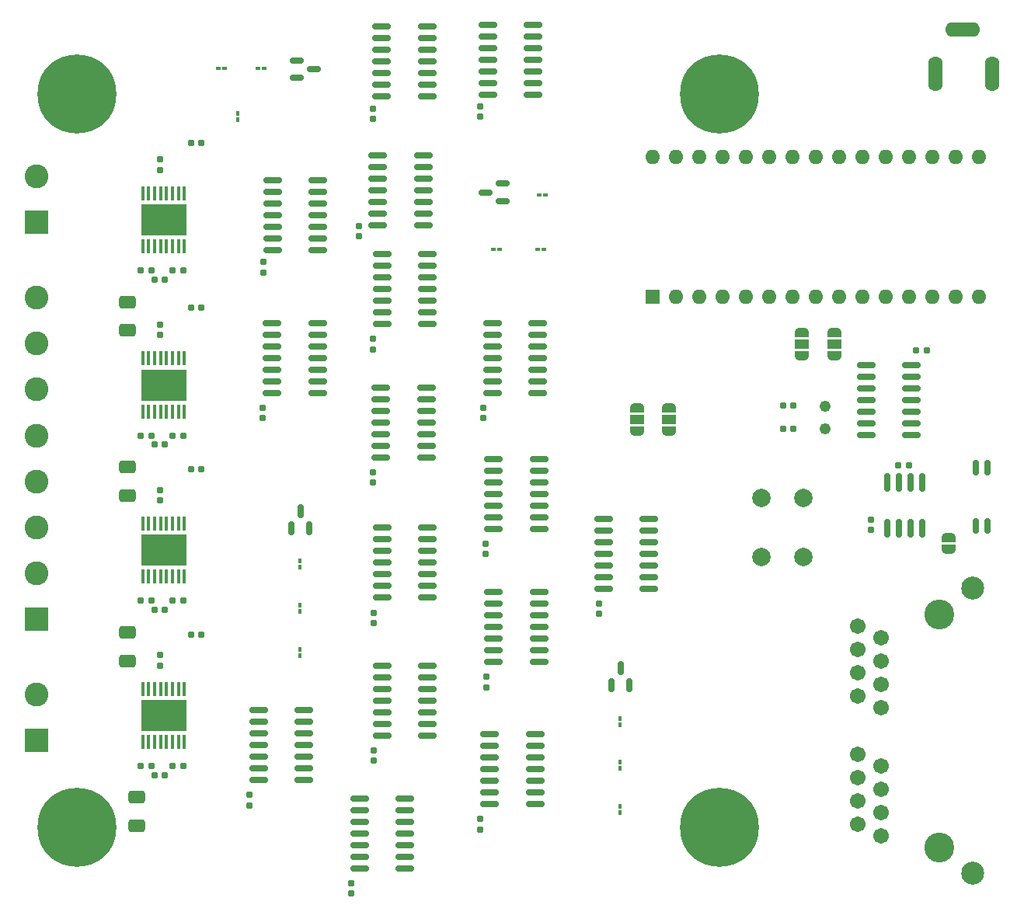
<source format=gbr>
%TF.GenerationSoftware,KiCad,Pcbnew,8.0.2*%
%TF.CreationDate,2024-05-09T00:32:54-05:00*%
%TF.ProjectId,LCC_Booster,4c43435f-426f-46f7-9374-65722e6b6963,rev?*%
%TF.SameCoordinates,Original*%
%TF.FileFunction,Soldermask,Top*%
%TF.FilePolarity,Negative*%
%FSLAX46Y46*%
G04 Gerber Fmt 4.6, Leading zero omitted, Abs format (unit mm)*
G04 Created by KiCad (PCBNEW 8.0.2) date 2024-05-09 00:32:54*
%MOMM*%
%LPD*%
G01*
G04 APERTURE LIST*
G04 Aperture macros list*
%AMRoundRect*
0 Rectangle with rounded corners*
0 $1 Rounding radius*
0 $2 $3 $4 $5 $6 $7 $8 $9 X,Y pos of 4 corners*
0 Add a 4 corners polygon primitive as box body*
4,1,4,$2,$3,$4,$5,$6,$7,$8,$9,$2,$3,0*
0 Add four circle primitives for the rounded corners*
1,1,$1+$1,$2,$3*
1,1,$1+$1,$4,$5*
1,1,$1+$1,$6,$7*
1,1,$1+$1,$8,$9*
0 Add four rect primitives between the rounded corners*
20,1,$1+$1,$2,$3,$4,$5,0*
20,1,$1+$1,$4,$5,$6,$7,0*
20,1,$1+$1,$6,$7,$8,$9,0*
20,1,$1+$1,$8,$9,$2,$3,0*%
%AMFreePoly0*
4,1,19,0.550000,-0.750000,0.000000,-0.750000,0.000000,-0.744911,-0.071157,-0.744911,-0.207708,-0.704816,-0.327430,-0.627875,-0.420627,-0.520320,-0.479746,-0.390866,-0.500000,-0.250000,-0.500000,0.250000,-0.479746,0.390866,-0.420627,0.520320,-0.327430,0.627875,-0.207708,0.704816,-0.071157,0.744911,0.000000,0.744911,0.000000,0.750000,0.550000,0.750000,0.550000,-0.750000,0.550000,-0.750000,
$1*%
%AMFreePoly1*
4,1,19,0.000000,0.744911,0.071157,0.744911,0.207708,0.704816,0.327430,0.627875,0.420627,0.520320,0.479746,0.390866,0.500000,0.250000,0.500000,-0.250000,0.479746,-0.390866,0.420627,-0.520320,0.327430,-0.627875,0.207708,-0.704816,0.071157,-0.744911,0.000000,-0.744911,0.000000,-0.750000,-0.550000,-0.750000,-0.550000,0.750000,0.000000,0.750000,0.000000,0.744911,0.000000,0.744911,
$1*%
%AMFreePoly2*
4,1,19,0.500000,-0.750000,0.000000,-0.750000,0.000000,-0.744911,-0.071157,-0.744911,-0.207708,-0.704816,-0.327430,-0.627875,-0.420627,-0.520320,-0.479746,-0.390866,-0.500000,-0.250000,-0.500000,0.250000,-0.479746,0.390866,-0.420627,0.520320,-0.327430,0.627875,-0.207708,0.704816,-0.071157,0.744911,0.000000,0.744911,0.000000,0.750000,0.500000,0.750000,0.500000,-0.750000,0.500000,-0.750000,
$1*%
%AMFreePoly3*
4,1,19,0.000000,0.744911,0.071157,0.744911,0.207708,0.704816,0.327430,0.627875,0.420627,0.520320,0.479746,0.390866,0.500000,0.250000,0.500000,-0.250000,0.479746,-0.390866,0.420627,-0.520320,0.327430,-0.627875,0.207708,-0.704816,0.071157,-0.744911,0.000000,-0.744911,0.000000,-0.750000,-0.500000,-0.750000,-0.500000,0.750000,0.000000,0.750000,0.000000,0.744911,0.000000,0.744911,
$1*%
G04 Aperture macros list end*
%ADD10C,0.000000*%
%ADD11FreePoly0,270.000000*%
%ADD12R,1.500000X1.000000*%
%ADD13FreePoly1,270.000000*%
%ADD14RoundRect,0.155000X-0.212500X-0.155000X0.212500X-0.155000X0.212500X0.155000X-0.212500X0.155000X0*%
%ADD15RoundRect,0.155000X0.155000X-0.212500X0.155000X0.212500X-0.155000X0.212500X-0.155000X-0.212500X0*%
%ADD16RoundRect,0.150000X0.825000X0.150000X-0.825000X0.150000X-0.825000X-0.150000X0.825000X-0.150000X0*%
%ADD17R,2.600000X2.600000*%
%ADD18C,2.600000*%
%ADD19RoundRect,0.155000X-0.155000X0.212500X-0.155000X-0.212500X0.155000X-0.212500X0.155000X0.212500X0*%
%ADD20RoundRect,0.155000X0.212500X0.155000X-0.212500X0.155000X-0.212500X-0.155000X0.212500X-0.155000X0*%
%ADD21RoundRect,0.250000X-0.650000X0.412500X-0.650000X-0.412500X0.650000X-0.412500X0.650000X0.412500X0*%
%ADD22R,1.600000X1.600000*%
%ADD23O,1.600000X1.600000*%
%ADD24RoundRect,0.075000X-0.212500X-0.075000X0.212500X-0.075000X0.212500X0.075000X-0.212500X0.075000X0*%
%ADD25O,1.604000X3.804000*%
%ADD26O,3.804000X1.604000*%
%ADD27RoundRect,0.075000X0.212500X0.075000X-0.212500X0.075000X-0.212500X-0.075000X0.212500X-0.075000X0*%
%ADD28RoundRect,0.075000X0.075000X-0.212500X0.075000X0.212500X-0.075000X0.212500X-0.075000X-0.212500X0*%
%ADD29RoundRect,0.150000X-0.150000X0.825000X-0.150000X-0.825000X0.150000X-0.825000X0.150000X0.825000X0*%
%ADD30R,0.449999X1.500000*%
%ADD31R,5.000000X3.400001*%
%ADD32C,0.900000*%
%ADD33C,8.600000*%
%ADD34RoundRect,0.075000X-0.075000X0.212500X-0.075000X-0.212500X0.075000X-0.212500X0.075000X0.212500X0*%
%ADD35RoundRect,0.150000X0.150000X-0.587500X0.150000X0.587500X-0.150000X0.587500X-0.150000X-0.587500X0*%
%ADD36FreePoly0,90.000000*%
%ADD37FreePoly1,90.000000*%
%ADD38C,3.250000*%
%ADD39C,1.704000*%
%ADD40C,2.504000*%
%ADD41RoundRect,0.150000X0.150000X-0.662500X0.150000X0.662500X-0.150000X0.662500X-0.150000X-0.662500X0*%
%ADD42RoundRect,0.150000X0.587500X0.150000X-0.587500X0.150000X-0.587500X-0.150000X0.587500X-0.150000X0*%
%ADD43C,1.234000*%
%ADD44C,2.000000*%
%ADD45FreePoly2,90.000000*%
%ADD46FreePoly3,90.000000*%
%ADD47RoundRect,0.150000X-0.587500X-0.150000X0.587500X-0.150000X0.587500X0.150000X-0.587500X0.150000X0*%
%ADD48RoundRect,0.150000X-0.825000X-0.150000X0.825000X-0.150000X0.825000X0.150000X-0.825000X0.150000X0*%
G04 APERTURE END LIST*
D10*
%TO.C,U21*%
G36*
X41155399Y-96520945D02*
G01*
X41164629Y-96523744D01*
X41173133Y-96528290D01*
X41180591Y-96534409D01*
X41186710Y-96541867D01*
X41191256Y-96550371D01*
X41194055Y-96559601D01*
X41195000Y-96569200D01*
X41195000Y-98930800D01*
X41194055Y-98940399D01*
X41191256Y-98949629D01*
X41186710Y-98958133D01*
X41180591Y-98965591D01*
X41173133Y-98971710D01*
X41164629Y-98976256D01*
X41155399Y-98979055D01*
X41145800Y-98980000D01*
X37694200Y-98980000D01*
X37684601Y-98979055D01*
X37675371Y-98976256D01*
X37666867Y-98971710D01*
X37659409Y-98965591D01*
X37653290Y-98958133D01*
X37648744Y-98949629D01*
X37645945Y-98940399D01*
X37645000Y-98930800D01*
X37645000Y-96569200D01*
X37645945Y-96559601D01*
X37648744Y-96550371D01*
X37653290Y-96541867D01*
X37659409Y-96534409D01*
X37666867Y-96528290D01*
X37675371Y-96523744D01*
X37684601Y-96520945D01*
X37694200Y-96520000D01*
X41145800Y-96520000D01*
X41155399Y-96520945D01*
G37*
%TO.C,U6*%
G36*
X41155399Y-42520945D02*
G01*
X41164629Y-42523744D01*
X41173133Y-42528290D01*
X41180591Y-42534409D01*
X41186710Y-42541867D01*
X41191256Y-42550371D01*
X41194055Y-42559601D01*
X41195000Y-42569200D01*
X41195000Y-44930800D01*
X41194055Y-44940399D01*
X41191256Y-44949629D01*
X41186710Y-44958133D01*
X41180591Y-44965591D01*
X41173133Y-44971710D01*
X41164629Y-44976256D01*
X41155399Y-44979055D01*
X41145800Y-44980000D01*
X37694200Y-44980000D01*
X37684601Y-44979055D01*
X37675371Y-44976256D01*
X37666867Y-44971710D01*
X37659409Y-44965591D01*
X37653290Y-44958133D01*
X37648744Y-44949629D01*
X37645945Y-44940399D01*
X37645000Y-44930800D01*
X37645000Y-42569200D01*
X37645945Y-42559601D01*
X37648744Y-42550371D01*
X37653290Y-42541867D01*
X37659409Y-42534409D01*
X37666867Y-42528290D01*
X37675371Y-42523744D01*
X37684601Y-42520945D01*
X37694200Y-42520000D01*
X41145800Y-42520000D01*
X41155399Y-42520945D01*
G37*
%TO.C,U16*%
G36*
X41155399Y-78520945D02*
G01*
X41164629Y-78523744D01*
X41173133Y-78528290D01*
X41180591Y-78534409D01*
X41186710Y-78541867D01*
X41191256Y-78550371D01*
X41194055Y-78559601D01*
X41195000Y-78569200D01*
X41195000Y-80930800D01*
X41194055Y-80940399D01*
X41191256Y-80949629D01*
X41186710Y-80958133D01*
X41180591Y-80965591D01*
X41173133Y-80971710D01*
X41164629Y-80976256D01*
X41155399Y-80979055D01*
X41145800Y-80980000D01*
X37694200Y-80980000D01*
X37684601Y-80979055D01*
X37675371Y-80976256D01*
X37666867Y-80971710D01*
X37659409Y-80965591D01*
X37653290Y-80958133D01*
X37648744Y-80949629D01*
X37645945Y-80940399D01*
X37645000Y-80930800D01*
X37645000Y-78569200D01*
X37645945Y-78559601D01*
X37648744Y-78550371D01*
X37653290Y-78541867D01*
X37659409Y-78534409D01*
X37666867Y-78528290D01*
X37675371Y-78523744D01*
X37684601Y-78520945D01*
X37694200Y-78520000D01*
X41145800Y-78520000D01*
X41155399Y-78520945D01*
G37*
%TO.C,U11*%
G36*
X41155399Y-60520945D02*
G01*
X41164629Y-60523744D01*
X41173133Y-60528290D01*
X41180591Y-60534409D01*
X41186710Y-60541867D01*
X41191256Y-60550371D01*
X41194055Y-60559601D01*
X41195000Y-60569200D01*
X41195000Y-62930800D01*
X41194055Y-62940399D01*
X41191256Y-62949629D01*
X41186710Y-62958133D01*
X41180591Y-62965591D01*
X41173133Y-62971710D01*
X41164629Y-62976256D01*
X41155399Y-62979055D01*
X41145800Y-62980000D01*
X37694200Y-62980000D01*
X37684601Y-62979055D01*
X37675371Y-62976256D01*
X37666867Y-62971710D01*
X37659409Y-62965591D01*
X37653290Y-62958133D01*
X37648744Y-62949629D01*
X37645945Y-62940399D01*
X37645000Y-62930800D01*
X37645000Y-60569200D01*
X37645945Y-60559601D01*
X37648744Y-60550371D01*
X37653290Y-60541867D01*
X37659409Y-60534409D01*
X37666867Y-60528290D01*
X37675371Y-60523744D01*
X37684601Y-60520945D01*
X37694200Y-60520000D01*
X41145800Y-60520000D01*
X41155399Y-60520945D01*
G37*
%TD*%
D11*
%TO.C,JP4*%
X109000000Y-56000000D03*
D12*
X109000000Y-57300000D03*
D13*
X109000000Y-58600000D03*
%TD*%
D14*
%TO.C,C40*%
X42432500Y-88950000D03*
X43567500Y-88950000D03*
%TD*%
D15*
%TO.C,C42*%
X116500000Y-77567500D03*
X116500000Y-76432500D03*
%TD*%
D16*
%TO.C,U4*%
X68150000Y-30310000D03*
X68150000Y-29040000D03*
X68150000Y-27770000D03*
X68150000Y-26500000D03*
X68150000Y-25230000D03*
X68150000Y-23960000D03*
X68150000Y-22690000D03*
X63200000Y-22690000D03*
X63200000Y-23960000D03*
X63200000Y-25230000D03*
X63200000Y-26500000D03*
X63200000Y-27770000D03*
X63200000Y-29040000D03*
X63200000Y-30310000D03*
%TD*%
D17*
%TO.C,J5*%
X25555000Y-100500000D03*
D18*
X25555000Y-95500000D03*
%TD*%
D19*
%TO.C,C12*%
X74225000Y-64242500D03*
X74225000Y-65377500D03*
%TD*%
D20*
%TO.C,C20*%
X43567500Y-53350000D03*
X42432500Y-53350000D03*
%TD*%
D17*
%TO.C,J4*%
X25555000Y-44000000D03*
D18*
X25555000Y-39000000D03*
%TD*%
D21*
%TO.C,C27*%
X36500000Y-106687500D03*
X36500000Y-109812500D03*
%TD*%
D22*
%TO.C,A1*%
X92750000Y-52160000D03*
D23*
X95290000Y-52160000D03*
X97830000Y-52160000D03*
X100370000Y-52160000D03*
X102910000Y-52160000D03*
X105450000Y-52160000D03*
X107990000Y-52160000D03*
X110530000Y-52160000D03*
X113070000Y-52160000D03*
X115610000Y-52160000D03*
X118150000Y-52160000D03*
X120690000Y-52160000D03*
X123230000Y-52160000D03*
X125770000Y-52160000D03*
X128310000Y-52160000D03*
X128310000Y-36920000D03*
X125770000Y-36920000D03*
X123230000Y-36920000D03*
X120690000Y-36920000D03*
X118150000Y-36920000D03*
X115610000Y-36920000D03*
X113070000Y-36920000D03*
X110530000Y-36920000D03*
X107990000Y-36920000D03*
X105450000Y-36920000D03*
X102910000Y-36920000D03*
X100370000Y-36920000D03*
X97830000Y-36920000D03*
X95290000Y-36920000D03*
X92750000Y-36920000D03*
%TD*%
D15*
%TO.C,C21*%
X39000000Y-74317500D03*
X39000000Y-73182500D03*
%TD*%
D16*
%TO.C,U3*%
X67725000Y-44310000D03*
X67725000Y-43040000D03*
X67725000Y-41770000D03*
X67725000Y-40500000D03*
X67725000Y-39230000D03*
X67725000Y-37960000D03*
X67725000Y-36690000D03*
X62775000Y-36690000D03*
X62775000Y-37960000D03*
X62775000Y-39230000D03*
X62775000Y-40500000D03*
X62775000Y-41770000D03*
X62775000Y-43040000D03*
X62775000Y-44310000D03*
%TD*%
%TO.C,U7*%
X80200000Y-62620000D03*
X80200000Y-61350000D03*
X80200000Y-60080000D03*
X80200000Y-58810000D03*
X80200000Y-57540000D03*
X80200000Y-56270000D03*
X80200000Y-55000000D03*
X75250000Y-55000000D03*
X75250000Y-56270000D03*
X75250000Y-57540000D03*
X75250000Y-58810000D03*
X75250000Y-60080000D03*
X75250000Y-61350000D03*
X75250000Y-62620000D03*
%TD*%
D24*
%TO.C,R2*%
X45412500Y-27250000D03*
X46087500Y-27250000D03*
%TD*%
D21*
%TO.C,C17*%
X35500000Y-70687500D03*
X35500000Y-73812500D03*
%TD*%
D25*
%TO.C,J2*%
X123500000Y-27800000D03*
X129750000Y-27800000D03*
D26*
X126500000Y-23000000D03*
%TD*%
D27*
%TO.C,R4*%
X81027500Y-41000000D03*
X80352500Y-41000000D03*
%TD*%
D14*
%TO.C,C43*%
X119500000Y-70500000D03*
X120635000Y-70500000D03*
%TD*%
D28*
%TO.C,R7*%
X54250000Y-91232500D03*
X54250000Y-90557500D03*
%TD*%
D29*
%TO.C,U23*%
X122060000Y-72385300D03*
X120790000Y-72385300D03*
X119520000Y-72385300D03*
X118250000Y-72385300D03*
X118250000Y-77335300D03*
X119520000Y-77335300D03*
X120790000Y-77335300D03*
X122060000Y-77335300D03*
%TD*%
D19*
%TO.C,C13*%
X62225000Y-71242500D03*
X62225000Y-72377500D03*
%TD*%
D30*
%TO.C,U21*%
X41694999Y-94850001D03*
X41044998Y-94850001D03*
X40394999Y-94850001D03*
X39744998Y-94850001D03*
X39094999Y-94850001D03*
X38444998Y-94850001D03*
X37794999Y-94850001D03*
X37144998Y-94850001D03*
X37144998Y-100649999D03*
X37794999Y-100649999D03*
X38444998Y-100649999D03*
X39094999Y-100649999D03*
X39744998Y-100649999D03*
X40394999Y-100649999D03*
X41044998Y-100649999D03*
X41694999Y-100649999D03*
D31*
X39420000Y-97750000D03*
%TD*%
D32*
%TO.C,H3*%
X96775000Y-110000000D03*
X97719581Y-107719581D03*
X97719581Y-112280419D03*
X100000000Y-106775000D03*
D33*
X100000000Y-110000000D03*
D32*
X100000000Y-113225000D03*
X102280419Y-107719581D03*
X102280419Y-112280419D03*
X103225000Y-110000000D03*
%TD*%
D14*
%TO.C,C9*%
X40432500Y-49250000D03*
X41567500Y-49250000D03*
%TD*%
D19*
%TO.C,C4*%
X62250000Y-31622500D03*
X62250000Y-32757500D03*
%TD*%
D30*
%TO.C,U6*%
X41694999Y-40850001D03*
X41044998Y-40850001D03*
X40394999Y-40850001D03*
X39744998Y-40850001D03*
X39094999Y-40850001D03*
X38444998Y-40850001D03*
X37794999Y-40850001D03*
X37144998Y-40850001D03*
X37144998Y-46649999D03*
X37794999Y-46649999D03*
X38444998Y-46649999D03*
X39094999Y-46649999D03*
X39744998Y-46649999D03*
X40394999Y-46649999D03*
X41044998Y-46649999D03*
X41694999Y-46649999D03*
D31*
X39420000Y-43750000D03*
%TD*%
D20*
%TO.C,C28*%
X38067500Y-85250000D03*
X36932500Y-85250000D03*
%TD*%
D16*
%TO.C,U9*%
X68200000Y-55120000D03*
X68200000Y-53850000D03*
X68200000Y-52580000D03*
X68200000Y-51310000D03*
X68200000Y-50040000D03*
X68200000Y-48770000D03*
X68200000Y-47500000D03*
X63250000Y-47500000D03*
X63250000Y-48770000D03*
X63250000Y-50040000D03*
X63250000Y-51310000D03*
X63250000Y-52580000D03*
X63250000Y-53850000D03*
X63250000Y-55120000D03*
%TD*%
D27*
%TO.C,R6*%
X76027500Y-47000000D03*
X75352500Y-47000000D03*
%TD*%
D34*
%TO.C,R1*%
X47500000Y-32162500D03*
X47500000Y-32837500D03*
%TD*%
D16*
%TO.C,U19*%
X68190000Y-99940000D03*
X68190000Y-98670000D03*
X68190000Y-97400000D03*
X68190000Y-96130000D03*
X68190000Y-94860000D03*
X68190000Y-93590000D03*
X68190000Y-92320000D03*
X63240000Y-92320000D03*
X63240000Y-93590000D03*
X63240000Y-94860000D03*
X63240000Y-96130000D03*
X63240000Y-97400000D03*
X63240000Y-98670000D03*
X63240000Y-99940000D03*
%TD*%
D35*
%TO.C,Q4*%
X88259900Y-94500000D03*
X90159900Y-94500000D03*
X89209900Y-92625000D03*
%TD*%
D28*
%TO.C,R9*%
X54250000Y-81612500D03*
X54250000Y-80937500D03*
%TD*%
D17*
%TO.C,J3*%
X25555000Y-87250000D03*
D18*
X25555000Y-82250000D03*
X25555000Y-77250000D03*
X25555000Y-72250000D03*
X25555000Y-67250000D03*
X25555000Y-62250000D03*
X25555000Y-57250000D03*
X25555000Y-52250000D03*
%TD*%
D14*
%TO.C,C30*%
X42432500Y-70950000D03*
X43567500Y-70950000D03*
%TD*%
D20*
%TO.C,C41*%
X122567500Y-58000000D03*
X121432500Y-58000000D03*
%TD*%
D16*
%TO.C,U10*%
X56200000Y-62620000D03*
X56200000Y-61350000D03*
X56200000Y-60080000D03*
X56200000Y-58810000D03*
X56200000Y-57540000D03*
X56200000Y-56270000D03*
X56200000Y-55000000D03*
X51250000Y-55000000D03*
X51250000Y-56270000D03*
X51250000Y-57540000D03*
X51250000Y-58810000D03*
X51250000Y-60080000D03*
X51250000Y-61350000D03*
X51250000Y-62620000D03*
%TD*%
D19*
%TO.C,C15*%
X50250000Y-64242500D03*
X50250000Y-65377500D03*
%TD*%
%TO.C,C24*%
X74545000Y-79062500D03*
X74545000Y-80197500D03*
%TD*%
D14*
%TO.C,C6*%
X38432500Y-50250000D03*
X39567500Y-50250000D03*
%TD*%
D28*
%TO.C,R10*%
X89122400Y-108370000D03*
X89122400Y-107695000D03*
%TD*%
D36*
%TO.C,JP2*%
X94500000Y-66800000D03*
D12*
X94500000Y-65500000D03*
D37*
X94500000Y-64200000D03*
%TD*%
D14*
%TO.C,C45*%
X106932500Y-66500000D03*
X108067500Y-66500000D03*
%TD*%
D28*
%TO.C,R12*%
X89122400Y-98750000D03*
X89122400Y-98075000D03*
%TD*%
D16*
%TO.C,U8*%
X68075000Y-69620000D03*
X68075000Y-68350000D03*
X68075000Y-67080000D03*
X68075000Y-65810000D03*
X68075000Y-64540000D03*
X68075000Y-63270000D03*
X68075000Y-62000000D03*
X63125000Y-62000000D03*
X63125000Y-63270000D03*
X63125000Y-64540000D03*
X63125000Y-65810000D03*
X63125000Y-67080000D03*
X63125000Y-68350000D03*
X63125000Y-69620000D03*
%TD*%
D24*
%TO.C,R3*%
X49697500Y-27250000D03*
X50372500Y-27250000D03*
%TD*%
D27*
%TO.C,R5*%
X80837500Y-47000000D03*
X80162500Y-47000000D03*
%TD*%
D16*
%TO.C,U14*%
X80325000Y-77440000D03*
X80325000Y-76170000D03*
X80325000Y-74900000D03*
X80325000Y-73630000D03*
X80325000Y-72360000D03*
X80325000Y-71090000D03*
X80325000Y-69820000D03*
X75375000Y-69820000D03*
X75375000Y-71090000D03*
X75375000Y-72360000D03*
X75375000Y-73630000D03*
X75375000Y-74900000D03*
X75375000Y-76170000D03*
X75375000Y-77440000D03*
%TD*%
D36*
%TO.C,JP1*%
X91000000Y-66800000D03*
D12*
X91000000Y-65500000D03*
D37*
X91000000Y-64200000D03*
%TD*%
D21*
%TO.C,C37*%
X35500000Y-88687500D03*
X35500000Y-91812500D03*
%TD*%
D38*
%TO.C,J1*%
X123930000Y-112120000D03*
X123930000Y-86720000D03*
D39*
X117580000Y-110850000D03*
X115040000Y-109580000D03*
X117580000Y-108310000D03*
X115040000Y-107040000D03*
X117580000Y-105770000D03*
X115040000Y-104500000D03*
X117580000Y-103230000D03*
X115040000Y-101960000D03*
X117580000Y-96880000D03*
X115040000Y-95610000D03*
X117580000Y-94340000D03*
X115040000Y-93070000D03*
X117580000Y-91800000D03*
X115040000Y-90530000D03*
X117580000Y-89260000D03*
X115040000Y-87990000D03*
D40*
X127610000Y-114920000D03*
X127610000Y-83920000D03*
%TD*%
D16*
%TO.C,U15*%
X68180000Y-84940000D03*
X68180000Y-83670000D03*
X68180000Y-82400000D03*
X68180000Y-81130000D03*
X68180000Y-79860000D03*
X68180000Y-78590000D03*
X68180000Y-77320000D03*
X63230000Y-77320000D03*
X63230000Y-78590000D03*
X63230000Y-79860000D03*
X63230000Y-81130000D03*
X63230000Y-82400000D03*
X63230000Y-83670000D03*
X63230000Y-84940000D03*
%TD*%
D41*
%TO.C,U1*%
X127975000Y-77107500D03*
X129245000Y-77107500D03*
X129245000Y-70732500D03*
X127975000Y-70732500D03*
%TD*%
D21*
%TO.C,C7*%
X35500000Y-52687500D03*
X35500000Y-55812500D03*
%TD*%
D14*
%TO.C,C29*%
X40432500Y-85250000D03*
X41567500Y-85250000D03*
%TD*%
%TO.C,C36*%
X38432500Y-104250000D03*
X39567500Y-104250000D03*
%TD*%
D19*
%TO.C,C2*%
X73900000Y-31392500D03*
X73900000Y-32527500D03*
%TD*%
D15*
%TO.C,C31*%
X39000000Y-92317500D03*
X39000000Y-91182500D03*
%TD*%
%TO.C,C11*%
X39000000Y-56317500D03*
X39000000Y-55182500D03*
%TD*%
%TO.C,C1*%
X39000000Y-38317500D03*
X39000000Y-37182500D03*
%TD*%
D42*
%TO.C,Q2*%
X76377500Y-41700000D03*
X76377500Y-39800000D03*
X74502500Y-40750000D03*
%TD*%
D19*
%TO.C,C23*%
X74595000Y-93562500D03*
X74595000Y-94697500D03*
%TD*%
D43*
%TO.C,Y1*%
X111515180Y-66541897D03*
X111515180Y-64041897D03*
%TD*%
D16*
%TO.C,U12*%
X92325000Y-83940000D03*
X92325000Y-82670000D03*
X92325000Y-81400000D03*
X92325000Y-80130000D03*
X92325000Y-78860000D03*
X92325000Y-77590000D03*
X92325000Y-76320000D03*
X87375000Y-76320000D03*
X87375000Y-77590000D03*
X87375000Y-78860000D03*
X87375000Y-80130000D03*
X87375000Y-81400000D03*
X87375000Y-82670000D03*
X87375000Y-83940000D03*
%TD*%
D14*
%TO.C,C39*%
X40432500Y-103250000D03*
X41567500Y-103250000D03*
%TD*%
D30*
%TO.C,U16*%
X41694999Y-76850001D03*
X41044998Y-76850001D03*
X40394999Y-76850001D03*
X39744998Y-76850001D03*
X39094999Y-76850001D03*
X38444998Y-76850001D03*
X37794999Y-76850001D03*
X37144998Y-76850001D03*
X37144998Y-82649999D03*
X37794999Y-82649999D03*
X38444998Y-82649999D03*
X39094999Y-82649999D03*
X39744998Y-82649999D03*
X40394999Y-82649999D03*
X41044998Y-82649999D03*
X41694999Y-82649999D03*
D31*
X39420000Y-79750000D03*
%TD*%
D19*
%TO.C,C5*%
X50300000Y-48332500D03*
X50300000Y-49467500D03*
%TD*%
D16*
%TO.C,U13*%
X80325000Y-91940000D03*
X80325000Y-90670000D03*
X80325000Y-89400000D03*
X80325000Y-88130000D03*
X80325000Y-86860000D03*
X80325000Y-85590000D03*
X80325000Y-84320000D03*
X75375000Y-84320000D03*
X75375000Y-85590000D03*
X75375000Y-86860000D03*
X75375000Y-88130000D03*
X75375000Y-89400000D03*
X75375000Y-90670000D03*
X75375000Y-91940000D03*
%TD*%
%TO.C,U18*%
X65725000Y-114440000D03*
X65725000Y-113170000D03*
X65725000Y-111900000D03*
X65725000Y-110630000D03*
X65725000Y-109360000D03*
X65725000Y-108090000D03*
X65725000Y-106820000D03*
X60775000Y-106820000D03*
X60775000Y-108090000D03*
X60775000Y-109360000D03*
X60775000Y-110630000D03*
X60775000Y-111900000D03*
X60775000Y-113170000D03*
X60775000Y-114440000D03*
%TD*%
D32*
%TO.C,H2*%
X26775000Y-110000000D03*
X27719581Y-107719581D03*
X27719581Y-112280419D03*
X30000000Y-106775000D03*
D33*
X30000000Y-110000000D03*
D32*
X30000000Y-113225000D03*
X32280419Y-107719581D03*
X32280419Y-112280419D03*
X33225000Y-110000000D03*
%TD*%
D44*
%TO.C,SW1*%
X109110000Y-74020000D03*
X109110000Y-80520000D03*
X104610000Y-74020000D03*
X104610000Y-80520000D03*
%TD*%
D45*
%TO.C,JP5*%
X125000000Y-79650000D03*
D46*
X125000000Y-78350000D03*
%TD*%
D19*
%TO.C,C34*%
X62290000Y-101562500D03*
X62290000Y-102697500D03*
%TD*%
D14*
%TO.C,C26*%
X38432500Y-86250000D03*
X39567500Y-86250000D03*
%TD*%
D19*
%TO.C,C33*%
X59875000Y-116062500D03*
X59875000Y-117197500D03*
%TD*%
D14*
%TO.C,C44*%
X106932500Y-64000000D03*
X108067500Y-64000000D03*
%TD*%
D19*
%TO.C,C22*%
X86850000Y-85562500D03*
X86850000Y-86697500D03*
%TD*%
D16*
%TO.C,U20*%
X54725000Y-104810000D03*
X54725000Y-103540000D03*
X54725000Y-102270000D03*
X54725000Y-101000000D03*
X54725000Y-99730000D03*
X54725000Y-98460000D03*
X54725000Y-97190000D03*
X49775000Y-97190000D03*
X49775000Y-98460000D03*
X49775000Y-99730000D03*
X49775000Y-101000000D03*
X49775000Y-102270000D03*
X49775000Y-103540000D03*
X49775000Y-104810000D03*
%TD*%
D28*
%TO.C,R8*%
X54250000Y-86422500D03*
X54250000Y-85747500D03*
%TD*%
D20*
%TO.C,C18*%
X38067500Y-67250000D03*
X36932500Y-67250000D03*
%TD*%
D19*
%TO.C,C3*%
X60750000Y-44432500D03*
X60750000Y-45567500D03*
%TD*%
%TO.C,C25*%
X62350000Y-86562500D03*
X62350000Y-87697500D03*
%TD*%
D16*
%TO.C,U17*%
X79900000Y-107440000D03*
X79900000Y-106170000D03*
X79900000Y-104900000D03*
X79900000Y-103630000D03*
X79900000Y-102360000D03*
X79900000Y-101090000D03*
X79900000Y-99820000D03*
X74950000Y-99820000D03*
X74950000Y-101090000D03*
X74950000Y-102360000D03*
X74950000Y-103630000D03*
X74950000Y-104900000D03*
X74950000Y-106170000D03*
X74950000Y-107440000D03*
%TD*%
D20*
%TO.C,C38*%
X38067500Y-103250000D03*
X36932500Y-103250000D03*
%TD*%
%TO.C,C8*%
X38067500Y-49250000D03*
X36932500Y-49250000D03*
%TD*%
D35*
%TO.C,Q3*%
X53387500Y-77362500D03*
X55287500Y-77362500D03*
X54337500Y-75487500D03*
%TD*%
D32*
%TO.C,H4*%
X96775000Y-30000000D03*
X97719581Y-27719581D03*
X97719581Y-32280419D03*
X100000000Y-26775000D03*
D33*
X100000000Y-30000000D03*
D32*
X100000000Y-33225000D03*
X102280419Y-27719581D03*
X102280419Y-32280419D03*
X103225000Y-30000000D03*
%TD*%
D47*
%TO.C,Q1*%
X53947500Y-26387500D03*
X53947500Y-28287500D03*
X55822500Y-27337500D03*
%TD*%
D28*
%TO.C,R11*%
X89122400Y-103560000D03*
X89122400Y-102885000D03*
%TD*%
D16*
%TO.C,U2*%
X79700000Y-30080000D03*
X79700000Y-28810000D03*
X79700000Y-27540000D03*
X79700000Y-26270000D03*
X79700000Y-25000000D03*
X79700000Y-23730000D03*
X79700000Y-22460000D03*
X74750000Y-22460000D03*
X74750000Y-23730000D03*
X74750000Y-25000000D03*
X74750000Y-26270000D03*
X74750000Y-27540000D03*
X74750000Y-28810000D03*
X74750000Y-30080000D03*
%TD*%
D19*
%TO.C,C35*%
X48775000Y-106432500D03*
X48775000Y-107567500D03*
%TD*%
%TO.C,C32*%
X73950000Y-109062500D03*
X73950000Y-110197500D03*
%TD*%
%TO.C,C14*%
X62225000Y-56742500D03*
X62225000Y-57877500D03*
%TD*%
D48*
%TO.C,U22*%
X115972258Y-59593332D03*
X115972258Y-60863332D03*
X115972258Y-62133332D03*
X115972258Y-63403332D03*
X115972258Y-64673332D03*
X115972258Y-65943332D03*
X115972258Y-67213332D03*
X120922258Y-67213332D03*
X120922258Y-65943332D03*
X120922258Y-64673332D03*
X120922258Y-63403332D03*
X120922258Y-62133332D03*
X120922258Y-60863332D03*
X120922258Y-59593332D03*
%TD*%
D32*
%TO.C,H1*%
X26775000Y-30000000D03*
X27719581Y-27719581D03*
X27719581Y-32280419D03*
X30000000Y-26775000D03*
D33*
X30000000Y-30000000D03*
D32*
X30000000Y-33225000D03*
X32280419Y-27719581D03*
X32280419Y-32280419D03*
X33225000Y-30000000D03*
%TD*%
D14*
%TO.C,C10*%
X42432500Y-35350000D03*
X43567500Y-35350000D03*
%TD*%
D30*
%TO.C,U11*%
X41694999Y-58850001D03*
X41044998Y-58850001D03*
X40394999Y-58850001D03*
X39744998Y-58850001D03*
X39094999Y-58850001D03*
X38444998Y-58850001D03*
X37794999Y-58850001D03*
X37144998Y-58850001D03*
X37144998Y-64649999D03*
X37794999Y-64649999D03*
X38444998Y-64649999D03*
X39094999Y-64649999D03*
X39744998Y-64649999D03*
X40394999Y-64649999D03*
X41044998Y-64649999D03*
X41694999Y-64649999D03*
D31*
X39420000Y-61750000D03*
%TD*%
D14*
%TO.C,C19*%
X40432500Y-67250000D03*
X41567500Y-67250000D03*
%TD*%
%TO.C,C16*%
X38432500Y-68250000D03*
X39567500Y-68250000D03*
%TD*%
D16*
%TO.C,U5*%
X56250000Y-47020000D03*
X56250000Y-45750000D03*
X56250000Y-44480000D03*
X56250000Y-43210000D03*
X56250000Y-41940000D03*
X56250000Y-40670000D03*
X56250000Y-39400000D03*
X51300000Y-39400000D03*
X51300000Y-40670000D03*
X51300000Y-41940000D03*
X51300000Y-43210000D03*
X51300000Y-44480000D03*
X51300000Y-45750000D03*
X51300000Y-47020000D03*
%TD*%
D11*
%TO.C,JP3*%
X112500000Y-56000000D03*
D12*
X112500000Y-57300000D03*
D13*
X112500000Y-58600000D03*
%TD*%
M02*

</source>
